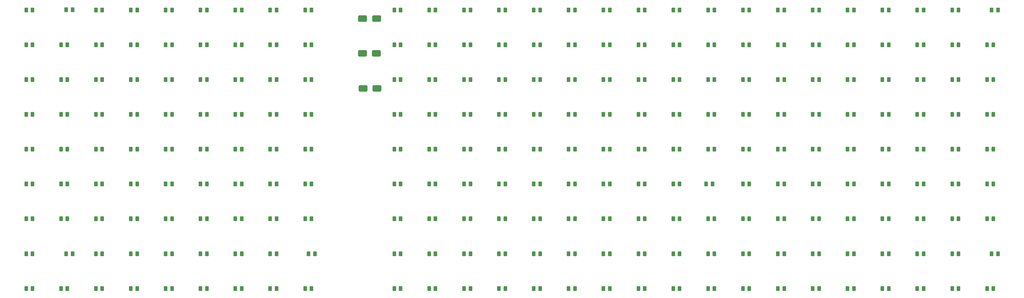
<source format=gbr>
%TF.GenerationSoftware,KiCad,Pcbnew,9.0.3*%
%TF.CreationDate,2025-07-14T16:51:54+02:00*%
%TF.ProjectId,9x9+9x18Module,3978392b-3978-4313-984d-6f64756c652e,rev?*%
%TF.SameCoordinates,Original*%
%TF.FileFunction,Paste,Bot*%
%TF.FilePolarity,Positive*%
%FSLAX46Y46*%
G04 Gerber Fmt 4.6, Leading zero omitted, Abs format (unit mm)*
G04 Created by KiCad (PCBNEW 9.0.3) date 2025-07-14 16:51:54*
%MOMM*%
%LPD*%
G01*
G04 APERTURE LIST*
G04 Aperture macros list*
%AMRoundRect*
0 Rectangle with rounded corners*
0 $1 Rounding radius*
0 $2 $3 $4 $5 $6 $7 $8 $9 X,Y pos of 4 corners*
0 Add a 4 corners polygon primitive as box body*
4,1,4,$2,$3,$4,$5,$6,$7,$8,$9,$2,$3,0*
0 Add four circle primitives for the rounded corners*
1,1,$1+$1,$2,$3*
1,1,$1+$1,$4,$5*
1,1,$1+$1,$6,$7*
1,1,$1+$1,$8,$9*
0 Add four rect primitives between the rounded corners*
20,1,$1+$1,$2,$3,$4,$5,0*
20,1,$1+$1,$4,$5,$6,$7,0*
20,1,$1+$1,$6,$7,$8,$9,0*
20,1,$1+$1,$8,$9,$2,$3,0*%
G04 Aperture macros list end*
%ADD10RoundRect,0.250000X0.262500X0.450000X-0.262500X0.450000X-0.262500X-0.450000X0.262500X-0.450000X0*%
%ADD11RoundRect,0.250000X1.000000X0.650000X-1.000000X0.650000X-1.000000X-0.650000X1.000000X-0.650000X0*%
G04 APERTURE END LIST*
D10*
%TO.C,R168*%
X263627500Y-63200000D03*
X265452500Y-63200000D03*
%TD*%
D11*
%TO.C,D82*%
X118640000Y-45700000D03*
X114640000Y-45700000D03*
%TD*%
D10*
%TO.C,R30*%
X39865000Y-53200000D03*
X38040000Y-53200000D03*
%TD*%
%TO.C,R138*%
X145452500Y-53200000D03*
X143627500Y-53200000D03*
%TD*%
%TO.C,R98*%
X285452500Y-23200000D03*
X283627500Y-23200000D03*
%TD*%
%TO.C,R222*%
X265452500Y-93200000D03*
X263627500Y-93200000D03*
%TD*%
%TO.C,R106*%
X185452500Y-33200000D03*
X183627500Y-33200000D03*
%TD*%
%TO.C,R198*%
X205452500Y-83200000D03*
X203627500Y-83200000D03*
%TD*%
%TO.C,R217*%
X215452500Y-93200000D03*
X213627500Y-93200000D03*
%TD*%
%TO.C,R72*%
X100865000Y-93200000D03*
X99040000Y-93200000D03*
%TD*%
%TO.C,R39*%
X39865000Y-63200000D03*
X38040000Y-63200000D03*
%TD*%
%TO.C,R232*%
X185452500Y-103200000D03*
X183627500Y-103200000D03*
%TD*%
%TO.C,R208*%
X125452500Y-93200000D03*
X123627500Y-93200000D03*
%TD*%
%TO.C,R84*%
X145452500Y-23200000D03*
X143627500Y-23200000D03*
%TD*%
%TO.C,R129*%
X235452500Y-43200000D03*
X233627500Y-43200000D03*
%TD*%
%TO.C,R11*%
X29865000Y-33200000D03*
X28040000Y-33200000D03*
%TD*%
%TO.C,R117*%
X295452500Y-33200000D03*
X293627500Y-33200000D03*
%TD*%
%TO.C,R171*%
X295452500Y-63200000D03*
X293627500Y-63200000D03*
%TD*%
%TO.C,R37*%
X19865000Y-63200000D03*
X18040000Y-63200000D03*
%TD*%
%TO.C,R100*%
X125452500Y-33200000D03*
X123627500Y-33200000D03*
%TD*%
%TO.C,R59*%
X59865000Y-83200000D03*
X58040000Y-83200000D03*
%TD*%
%TO.C,R123*%
X175452500Y-43200000D03*
X173627500Y-43200000D03*
%TD*%
%TO.C,R130*%
X245452500Y-43200000D03*
X243627500Y-43200000D03*
%TD*%
%TO.C,R223*%
X275452500Y-93200000D03*
X273627500Y-93200000D03*
%TD*%
%TO.C,R29*%
X29865000Y-53200000D03*
X28040000Y-53200000D03*
%TD*%
%TO.C,R94*%
X245452500Y-23200000D03*
X243627500Y-23200000D03*
%TD*%
%TO.C,R63*%
X99865000Y-83200000D03*
X98040000Y-83200000D03*
%TD*%
%TO.C,R97*%
X275452500Y-23200000D03*
X273627500Y-23200000D03*
%TD*%
%TO.C,R61*%
X79865000Y-83200000D03*
X78040000Y-83200000D03*
%TD*%
%TO.C,R158*%
X165452500Y-63200000D03*
X163627500Y-63200000D03*
%TD*%
%TO.C,R149*%
X255452500Y-53200000D03*
X253627500Y-53200000D03*
%TD*%
%TO.C,R5*%
X59865000Y-23200000D03*
X58040000Y-23200000D03*
%TD*%
%TO.C,R127*%
X215452500Y-43200000D03*
X213627500Y-43200000D03*
%TD*%
%TO.C,R80*%
X89865000Y-103200000D03*
X88040000Y-103200000D03*
%TD*%
%TO.C,R231*%
X175452500Y-103200000D03*
X173627500Y-103200000D03*
%TD*%
%TO.C,R75*%
X39865000Y-103200000D03*
X38040000Y-103200000D03*
%TD*%
%TO.C,R227*%
X135452500Y-103200000D03*
X133627500Y-103200000D03*
%TD*%
%TO.C,R226*%
X125452500Y-103200000D03*
X123627500Y-103200000D03*
%TD*%
%TO.C,R1*%
X19865000Y-23200000D03*
X18040000Y-23200000D03*
%TD*%
%TO.C,R112*%
X245452500Y-33200000D03*
X243627500Y-33200000D03*
%TD*%
%TO.C,R234*%
X205452500Y-103200000D03*
X203627500Y-103200000D03*
%TD*%
%TO.C,R142*%
X185452500Y-53200000D03*
X183627500Y-53200000D03*
%TD*%
%TO.C,R180*%
X205452500Y-73200000D03*
X203627500Y-73200000D03*
%TD*%
%TO.C,R195*%
X175452500Y-83200000D03*
X173627500Y-83200000D03*
%TD*%
%TO.C,R43*%
X79865000Y-63200000D03*
X78040000Y-63200000D03*
%TD*%
%TO.C,R67*%
X49865000Y-93200000D03*
X48040000Y-93200000D03*
%TD*%
%TO.C,R146*%
X225452500Y-53200000D03*
X223627500Y-53200000D03*
%TD*%
%TO.C,R143*%
X195452500Y-53200000D03*
X193627500Y-53200000D03*
%TD*%
%TO.C,R41*%
X59865000Y-63200000D03*
X58040000Y-63200000D03*
%TD*%
%TO.C,R229*%
X155452500Y-103200000D03*
X153627500Y-103200000D03*
%TD*%
%TO.C,R103*%
X155452500Y-33200000D03*
X153627500Y-33200000D03*
%TD*%
%TO.C,R86*%
X165452500Y-23200000D03*
X163627500Y-23200000D03*
%TD*%
%TO.C,R76*%
X49865000Y-103200000D03*
X48040000Y-103200000D03*
%TD*%
%TO.C,R14*%
X59865000Y-33200000D03*
X58040000Y-33200000D03*
%TD*%
%TO.C,R136*%
X125452500Y-53200000D03*
X123627500Y-53200000D03*
%TD*%
%TO.C,R121*%
X155452500Y-43200000D03*
X153627500Y-43200000D03*
%TD*%
%TO.C,R162*%
X205452500Y-63200000D03*
X203627500Y-63200000D03*
%TD*%
%TO.C,R190*%
X125452500Y-83200000D03*
X123627500Y-83200000D03*
%TD*%
%TO.C,R206*%
X285452500Y-83200000D03*
X283627500Y-83200000D03*
%TD*%
%TO.C,R207*%
X295452500Y-83200000D03*
X293627500Y-83200000D03*
%TD*%
%TO.C,R56*%
X29865000Y-83200000D03*
X28040000Y-83200000D03*
%TD*%
%TO.C,R82*%
X125452500Y-23200000D03*
X123627500Y-23200000D03*
%TD*%
%TO.C,R148*%
X245452500Y-53200000D03*
X243627500Y-53200000D03*
%TD*%
%TO.C,R181*%
X214902500Y-73200000D03*
X213077500Y-73200000D03*
%TD*%
%TO.C,R197*%
X195452500Y-83200000D03*
X193627500Y-83200000D03*
%TD*%
%TO.C,R134*%
X285452500Y-43200000D03*
X283627500Y-43200000D03*
%TD*%
%TO.C,R78*%
X69865000Y-103200000D03*
X68040000Y-103200000D03*
%TD*%
%TO.C,R224*%
X285452500Y-93200000D03*
X283627500Y-93200000D03*
%TD*%
%TO.C,R51*%
X69865000Y-73200000D03*
X68040000Y-73200000D03*
%TD*%
%TO.C,R34*%
X79865000Y-53200000D03*
X78040000Y-53200000D03*
%TD*%
%TO.C,R57*%
X39865000Y-83200000D03*
X38040000Y-83200000D03*
%TD*%
%TO.C,R65*%
X31352500Y-93200000D03*
X29527500Y-93200000D03*
%TD*%
%TO.C,R19*%
X19865000Y-43200000D03*
X18040000Y-43200000D03*
%TD*%
%TO.C,R238*%
X245452500Y-103200000D03*
X243627500Y-103200000D03*
%TD*%
%TO.C,R15*%
X69865000Y-33200000D03*
X68040000Y-33200000D03*
%TD*%
%TO.C,R186*%
X265452500Y-73200000D03*
X263627500Y-73200000D03*
%TD*%
%TO.C,R161*%
X195452500Y-63200000D03*
X193627500Y-63200000D03*
%TD*%
%TO.C,R3*%
X39865000Y-23200000D03*
X38040000Y-23200000D03*
%TD*%
%TO.C,R170*%
X285452500Y-63200000D03*
X283627500Y-63200000D03*
%TD*%
%TO.C,R2*%
X31352500Y-23100000D03*
X29527500Y-23100000D03*
%TD*%
%TO.C,R164*%
X225452500Y-63200000D03*
X223627500Y-63200000D03*
%TD*%
%TO.C,R79*%
X79865000Y-103200000D03*
X78040000Y-103200000D03*
%TD*%
%TO.C,R135*%
X295452500Y-43200000D03*
X293627500Y-43200000D03*
%TD*%
%TO.C,R203*%
X255452500Y-83200000D03*
X253627500Y-83200000D03*
%TD*%
%TO.C,R102*%
X145452500Y-33200000D03*
X143627500Y-33200000D03*
%TD*%
%TO.C,R87*%
X175452500Y-23200000D03*
X173627500Y-23200000D03*
%TD*%
%TO.C,R218*%
X225452500Y-93200000D03*
X223627500Y-93200000D03*
%TD*%
%TO.C,R219*%
X235452500Y-93200000D03*
X233627500Y-93200000D03*
%TD*%
%TO.C,R150*%
X265452500Y-53200000D03*
X263627500Y-53200000D03*
%TD*%
%TO.C,R166*%
X245452500Y-63200000D03*
X243627500Y-63200000D03*
%TD*%
%TO.C,R92*%
X225452500Y-23200000D03*
X223627500Y-23200000D03*
%TD*%
%TO.C,R64*%
X19865000Y-93200000D03*
X18040000Y-93200000D03*
%TD*%
%TO.C,R172*%
X125452500Y-73200000D03*
X123627500Y-73200000D03*
%TD*%
%TO.C,R184*%
X245452500Y-73200000D03*
X243627500Y-73200000D03*
%TD*%
%TO.C,R31*%
X49865000Y-53200000D03*
X48040000Y-53200000D03*
%TD*%
%TO.C,R174*%
X145452500Y-73200000D03*
X143627500Y-73200000D03*
%TD*%
%TO.C,R62*%
X89865000Y-83200000D03*
X88040000Y-83200000D03*
%TD*%
%TO.C,R73*%
X19865000Y-103200000D03*
X18040000Y-103200000D03*
%TD*%
%TO.C,R235*%
X215452500Y-103200000D03*
X213627500Y-103200000D03*
%TD*%
%TO.C,R179*%
X195452500Y-73200000D03*
X193627500Y-73200000D03*
%TD*%
%TO.C,R36*%
X99865000Y-53200000D03*
X98040000Y-53200000D03*
%TD*%
%TO.C,R88*%
X185452500Y-23200000D03*
X183627500Y-23200000D03*
%TD*%
%TO.C,R33*%
X69865000Y-53200000D03*
X68040000Y-53200000D03*
%TD*%
%TO.C,R53*%
X89865000Y-73200000D03*
X88040000Y-73200000D03*
%TD*%
%TO.C,R210*%
X145452500Y-93200000D03*
X143627500Y-93200000D03*
%TD*%
%TO.C,R209*%
X135452500Y-93200000D03*
X133627500Y-93200000D03*
%TD*%
%TO.C,R96*%
X265452500Y-23200000D03*
X263627500Y-23200000D03*
%TD*%
%TO.C,R185*%
X255452500Y-73200000D03*
X253627500Y-73200000D03*
%TD*%
%TO.C,R115*%
X275452500Y-33200000D03*
X273627500Y-33200000D03*
%TD*%
%TO.C,R243*%
X295452500Y-103200000D03*
X293627500Y-103200000D03*
%TD*%
%TO.C,R60*%
X69865000Y-83200000D03*
X68040000Y-83200000D03*
%TD*%
%TO.C,R17*%
X89865000Y-33200000D03*
X88040000Y-33200000D03*
%TD*%
%TO.C,R10*%
X19865000Y-33200000D03*
X18040000Y-33200000D03*
%TD*%
%TO.C,R55*%
X19865000Y-83200000D03*
X18040000Y-83200000D03*
%TD*%
%TO.C,R68*%
X59865000Y-93200000D03*
X58040000Y-93200000D03*
%TD*%
%TO.C,R212*%
X165452500Y-93200000D03*
X163627500Y-93200000D03*
%TD*%
%TO.C,R9*%
X99865000Y-23200000D03*
X98040000Y-23200000D03*
%TD*%
%TO.C,R12*%
X39865000Y-33200000D03*
X38040000Y-33200000D03*
%TD*%
%TO.C,R125*%
X195452500Y-43200000D03*
X193627500Y-43200000D03*
%TD*%
%TO.C,R35*%
X89865000Y-53200000D03*
X88040000Y-53200000D03*
%TD*%
%TO.C,R48*%
X39865000Y-73200000D03*
X38040000Y-73200000D03*
%TD*%
%TO.C,R119*%
X135452500Y-43200000D03*
X133627500Y-43200000D03*
%TD*%
%TO.C,R69*%
X69865000Y-93200000D03*
X68040000Y-93200000D03*
%TD*%
%TO.C,R24*%
X69865000Y-43200000D03*
X68040000Y-43200000D03*
%TD*%
%TO.C,R27*%
X99865000Y-43200000D03*
X98040000Y-43200000D03*
%TD*%
%TO.C,R163*%
X215452500Y-63200000D03*
X213627500Y-63200000D03*
%TD*%
%TO.C,R132*%
X265452500Y-43200000D03*
X263627500Y-43200000D03*
%TD*%
%TO.C,R230*%
X165452500Y-103200000D03*
X163627500Y-103200000D03*
%TD*%
%TO.C,R155*%
X135452500Y-63200000D03*
X133627500Y-63200000D03*
%TD*%
%TO.C,R240*%
X265452500Y-103200000D03*
X263627500Y-103200000D03*
%TD*%
%TO.C,R126*%
X205452500Y-43200000D03*
X203627500Y-43200000D03*
%TD*%
%TO.C,R139*%
X155452500Y-53200000D03*
X153627500Y-53200000D03*
%TD*%
%TO.C,R108*%
X205452500Y-33200000D03*
X203627500Y-33200000D03*
%TD*%
%TO.C,R77*%
X59865000Y-103200000D03*
X58040000Y-103200000D03*
%TD*%
%TO.C,R105*%
X175452500Y-33200000D03*
X173627500Y-33200000D03*
%TD*%
%TO.C,R118*%
X125452500Y-43200000D03*
X123627500Y-43200000D03*
%TD*%
%TO.C,R99*%
X296752500Y-23200000D03*
X294927500Y-23200000D03*
%TD*%
%TO.C,R6*%
X69865000Y-23200000D03*
X68040000Y-23200000D03*
%TD*%
%TO.C,R120*%
X145452500Y-43200000D03*
X143627500Y-43200000D03*
%TD*%
%TO.C,R66*%
X39865000Y-93200000D03*
X38040000Y-93200000D03*
%TD*%
%TO.C,R225*%
X296752500Y-93200000D03*
X294927500Y-93200000D03*
%TD*%
%TO.C,R52*%
X79865000Y-73200000D03*
X78040000Y-73200000D03*
%TD*%
%TO.C,R193*%
X155452500Y-83200000D03*
X153627500Y-83200000D03*
%TD*%
%TO.C,R83*%
X135452500Y-23200000D03*
X133627500Y-23200000D03*
%TD*%
%TO.C,R182*%
X225452500Y-73200000D03*
X223627500Y-73200000D03*
%TD*%
%TO.C,R49*%
X49865000Y-73200000D03*
X48040000Y-73200000D03*
%TD*%
%TO.C,R47*%
X29865000Y-73200000D03*
X28040000Y-73200000D03*
%TD*%
%TO.C,R109*%
X215452500Y-33200000D03*
X213627500Y-33200000D03*
%TD*%
%TO.C,R221*%
X255452500Y-93200000D03*
X253627500Y-93200000D03*
%TD*%
%TO.C,R236*%
X225452500Y-103200000D03*
X223627500Y-103200000D03*
%TD*%
%TO.C,R196*%
X185452500Y-83200000D03*
X183627500Y-83200000D03*
%TD*%
%TO.C,R165*%
X235452500Y-63200000D03*
X233627500Y-63200000D03*
%TD*%
%TO.C,R140*%
X165452500Y-53200000D03*
X163627500Y-53200000D03*
%TD*%
%TO.C,R122*%
X165452500Y-43200000D03*
X163627500Y-43200000D03*
%TD*%
%TO.C,R177*%
X175452500Y-73200000D03*
X173627500Y-73200000D03*
%TD*%
%TO.C,R199*%
X215452500Y-83200000D03*
X213627500Y-83200000D03*
%TD*%
%TO.C,R113*%
X255452500Y-33200000D03*
X253627500Y-33200000D03*
%TD*%
%TO.C,R194*%
X165452500Y-83200000D03*
X163627500Y-83200000D03*
%TD*%
%TO.C,R70*%
X79865000Y-93200000D03*
X78040000Y-93200000D03*
%TD*%
%TO.C,R93*%
X235452500Y-23200000D03*
X233627500Y-23200000D03*
%TD*%
%TO.C,R32*%
X59865000Y-53200000D03*
X58040000Y-53200000D03*
%TD*%
%TO.C,R157*%
X155452500Y-63200000D03*
X153627500Y-63200000D03*
%TD*%
%TO.C,R21*%
X39865000Y-43200000D03*
X38040000Y-43200000D03*
%TD*%
%TO.C,R214*%
X185452500Y-93200000D03*
X183627500Y-93200000D03*
%TD*%
%TO.C,R175*%
X155452500Y-73200000D03*
X153627500Y-73200000D03*
%TD*%
%TO.C,R50*%
X59865000Y-73200000D03*
X58040000Y-73200000D03*
%TD*%
%TO.C,R200*%
X225452500Y-83200000D03*
X223627500Y-83200000D03*
%TD*%
%TO.C,R110*%
X225452500Y-33200000D03*
X223627500Y-33200000D03*
%TD*%
%TO.C,R101*%
X135452500Y-33200000D03*
X133627500Y-33200000D03*
%TD*%
%TO.C,R202*%
X245452500Y-83200000D03*
X243627500Y-83200000D03*
%TD*%
%TO.C,R22*%
X49865000Y-43200000D03*
X48040000Y-43200000D03*
%TD*%
%TO.C,R242*%
X285452500Y-103200000D03*
X283627500Y-103200000D03*
%TD*%
%TO.C,R54*%
X99865000Y-73200000D03*
X98040000Y-73200000D03*
%TD*%
D11*
%TO.C,D84*%
X118540000Y-25700000D03*
X114540000Y-25700000D03*
%TD*%
D10*
%TO.C,R228*%
X145452500Y-103200000D03*
X143627500Y-103200000D03*
%TD*%
%TO.C,R204*%
X265452500Y-83200000D03*
X263627500Y-83200000D03*
%TD*%
%TO.C,R137*%
X135452500Y-53200000D03*
X133627500Y-53200000D03*
%TD*%
%TO.C,R153*%
X295452500Y-53200000D03*
X293627500Y-53200000D03*
%TD*%
%TO.C,R46*%
X19865000Y-73200000D03*
X18040000Y-73200000D03*
%TD*%
%TO.C,R187*%
X275452500Y-73200000D03*
X273627500Y-73200000D03*
%TD*%
%TO.C,R26*%
X89865000Y-43200000D03*
X88040000Y-43200000D03*
%TD*%
D11*
%TO.C,D83*%
X118490000Y-35700000D03*
X114490000Y-35700000D03*
%TD*%
D10*
%TO.C,R133*%
X275452500Y-43200000D03*
X273627500Y-43200000D03*
%TD*%
%TO.C,R145*%
X215452500Y-53200000D03*
X213627500Y-53200000D03*
%TD*%
%TO.C,R151*%
X275452500Y-53200000D03*
X273627500Y-53200000D03*
%TD*%
%TO.C,R128*%
X225452500Y-43200000D03*
X223627500Y-43200000D03*
%TD*%
%TO.C,R141*%
X175452500Y-53200000D03*
X173627500Y-53200000D03*
%TD*%
%TO.C,R220*%
X245452500Y-93200000D03*
X243627500Y-93200000D03*
%TD*%
%TO.C,R213*%
X175452500Y-93200000D03*
X173627500Y-93200000D03*
%TD*%
%TO.C,R152*%
X285452500Y-53200000D03*
X283627500Y-53200000D03*
%TD*%
%TO.C,R42*%
X69865000Y-63200000D03*
X68040000Y-63200000D03*
%TD*%
%TO.C,R233*%
X195452500Y-103200000D03*
X193627500Y-103200000D03*
%TD*%
%TO.C,R28*%
X19865000Y-53200000D03*
X18040000Y-53200000D03*
%TD*%
%TO.C,R131*%
X255452500Y-43200000D03*
X253627500Y-43200000D03*
%TD*%
%TO.C,R189*%
X295452500Y-73200000D03*
X293627500Y-73200000D03*
%TD*%
%TO.C,R91*%
X215452500Y-23200000D03*
X213627500Y-23200000D03*
%TD*%
%TO.C,R74*%
X29865000Y-103200000D03*
X28040000Y-103200000D03*
%TD*%
%TO.C,R4*%
X49865000Y-23200000D03*
X48040000Y-23200000D03*
%TD*%
%TO.C,R183*%
X235452500Y-73200000D03*
X233627500Y-73200000D03*
%TD*%
%TO.C,R147*%
X235452500Y-53200000D03*
X233627500Y-53200000D03*
%TD*%
%TO.C,R156*%
X145452500Y-63200000D03*
X143627500Y-63200000D03*
%TD*%
%TO.C,R211*%
X155452500Y-93200000D03*
X153627500Y-93200000D03*
%TD*%
%TO.C,R178*%
X185452500Y-73200000D03*
X183627500Y-73200000D03*
%TD*%
%TO.C,R167*%
X255452500Y-63200000D03*
X253627500Y-63200000D03*
%TD*%
%TO.C,R114*%
X265452500Y-33200000D03*
X263627500Y-33200000D03*
%TD*%
%TO.C,R116*%
X285452500Y-33200000D03*
X283627500Y-33200000D03*
%TD*%
%TO.C,R160*%
X185452500Y-63200000D03*
X183627500Y-63200000D03*
%TD*%
%TO.C,R192*%
X145452500Y-83200000D03*
X143627500Y-83200000D03*
%TD*%
%TO.C,R237*%
X235452500Y-103200000D03*
X233627500Y-103200000D03*
%TD*%
%TO.C,R85*%
X155452500Y-23200000D03*
X153627500Y-23200000D03*
%TD*%
%TO.C,R20*%
X29865000Y-43200000D03*
X28040000Y-43200000D03*
%TD*%
%TO.C,R40*%
X49865000Y-63200000D03*
X48040000Y-63200000D03*
%TD*%
%TO.C,R8*%
X89865000Y-23200000D03*
X88040000Y-23200000D03*
%TD*%
%TO.C,R71*%
X89865000Y-93200000D03*
X88040000Y-93200000D03*
%TD*%
%TO.C,R104*%
X165452500Y-33200000D03*
X163627500Y-33200000D03*
%TD*%
%TO.C,R144*%
X205452500Y-53200000D03*
X203627500Y-53200000D03*
%TD*%
%TO.C,R45*%
X99865000Y-63200000D03*
X98040000Y-63200000D03*
%TD*%
%TO.C,R111*%
X235452500Y-33200000D03*
X233627500Y-33200000D03*
%TD*%
%TO.C,R13*%
X49865000Y-33200000D03*
X48040000Y-33200000D03*
%TD*%
%TO.C,R216*%
X205452500Y-93200000D03*
X203627500Y-93200000D03*
%TD*%
%TO.C,R44*%
X89865000Y-63200000D03*
X88040000Y-63200000D03*
%TD*%
%TO.C,R159*%
X175452500Y-63200000D03*
X173627500Y-63200000D03*
%TD*%
%TO.C,R188*%
X285452500Y-73200000D03*
X283627500Y-73200000D03*
%TD*%
%TO.C,R95*%
X255452500Y-23200000D03*
X253627500Y-23200000D03*
%TD*%
%TO.C,R239*%
X255452500Y-103200000D03*
X253627500Y-103200000D03*
%TD*%
%TO.C,R215*%
X195452500Y-93200000D03*
X193627500Y-93200000D03*
%TD*%
%TO.C,R201*%
X235452500Y-83200000D03*
X233627500Y-83200000D03*
%TD*%
%TO.C,R124*%
X185452500Y-43200000D03*
X183627500Y-43200000D03*
%TD*%
%TO.C,R25*%
X79865000Y-43200000D03*
X78040000Y-43200000D03*
%TD*%
%TO.C,R169*%
X275452500Y-63200000D03*
X273627500Y-63200000D03*
%TD*%
%TO.C,R81*%
X99865000Y-103200000D03*
X98040000Y-103200000D03*
%TD*%
%TO.C,R7*%
X79865000Y-23200000D03*
X78040000Y-23200000D03*
%TD*%
%TO.C,R241*%
X275452500Y-103200000D03*
X273627500Y-103200000D03*
%TD*%
%TO.C,R154*%
X125452500Y-63200000D03*
X123627500Y-63200000D03*
%TD*%
%TO.C,R16*%
X79865000Y-33200000D03*
X78040000Y-33200000D03*
%TD*%
%TO.C,R38*%
X29865000Y-63200000D03*
X28040000Y-63200000D03*
%TD*%
%TO.C,R173*%
X135452500Y-73200000D03*
X133627500Y-73200000D03*
%TD*%
%TO.C,R191*%
X135452500Y-83200000D03*
X133627500Y-83200000D03*
%TD*%
%TO.C,R89*%
X195452500Y-23200000D03*
X193627500Y-23200000D03*
%TD*%
%TO.C,R23*%
X59865000Y-43200000D03*
X58040000Y-43200000D03*
%TD*%
%TO.C,R90*%
X205452500Y-23200000D03*
X203627500Y-23200000D03*
%TD*%
%TO.C,R176*%
X165452500Y-73200000D03*
X163627500Y-73200000D03*
%TD*%
%TO.C,R18*%
X99865000Y-33200000D03*
X98040000Y-33200000D03*
%TD*%
%TO.C,R107*%
X195452500Y-33200000D03*
X193627500Y-33200000D03*
%TD*%
%TO.C,R58*%
X49865000Y-83200000D03*
X48040000Y-83200000D03*
%TD*%
%TO.C,R205*%
X275452500Y-83200000D03*
X273627500Y-83200000D03*
%TD*%
M02*

</source>
